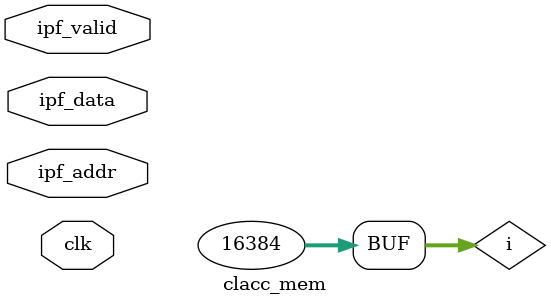
<source format=v>
`define CYCLE      30
`define SDFFILE    "./IPF.sdf"	  
`define End_CYCLE  10000000

`define PAT        "./pattern.dat"    
`define EXP0        "./golden0.dat"
   
`define EXP1        "./golden1.dat"     
    
`define EXP2        "./golden2.dat"


module clacc_mem (ipf_valid, ipf_data, ipf_addr, clk);

	input	ipf_valid;
	input	[13:0] ipf_addr;
	input	[7:0]  ipf_data;
	input	clk;

	reg [7:0] ipf_M [0:16383];
	integer i;

	initial begin
		for (i=0; i<=16383; i=i+1) ipf_M[i] = 0;
	end

	always@(negedge clk) 
		if (ipf_valid) ipf_M[ ipf_addr ] <= ipf_data;

endmodule

</source>
